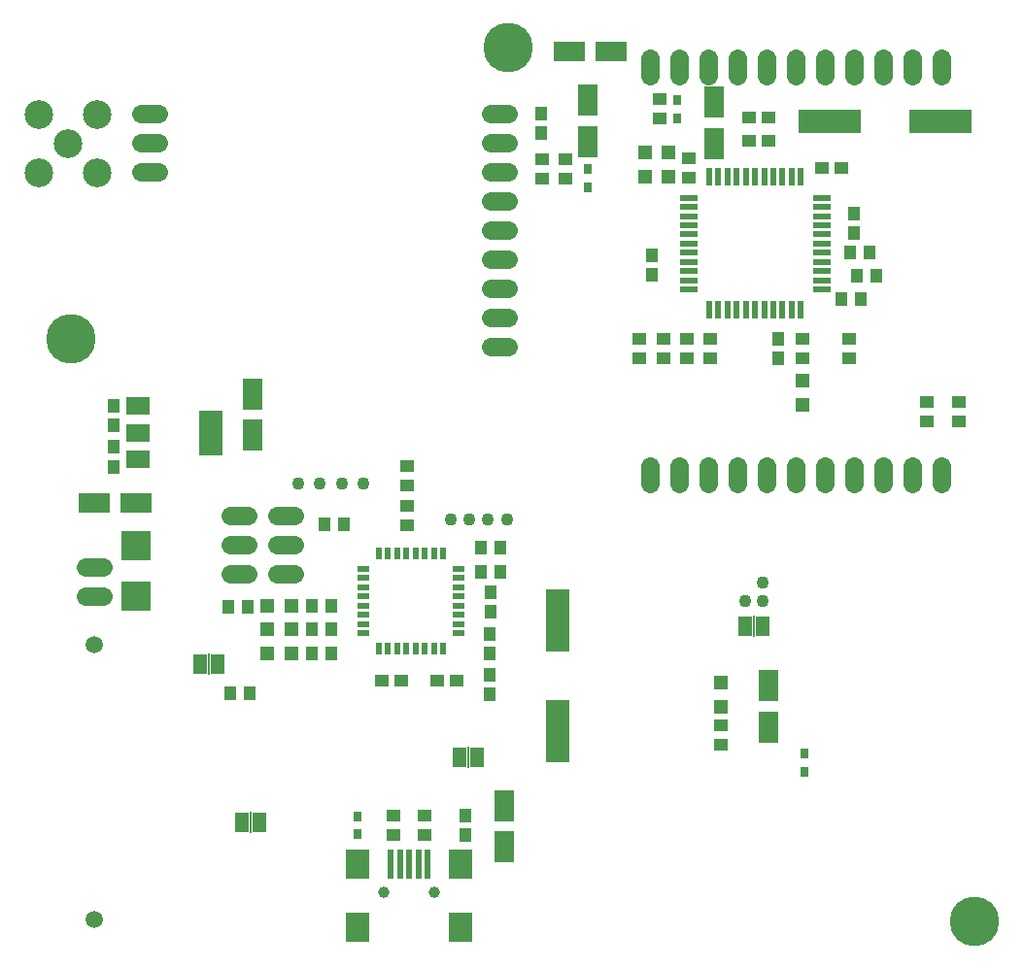
<source format=gts>
G75*
G70*
%OFA0B0*%
%FSLAX24Y24*%
%IPPOS*%
%LPD*%
%AMOC8*
5,1,8,0,0,1.08239X$1,22.5*
%
%ADD10R,0.0631X0.0237*%
%ADD11R,0.0237X0.0631*%
%ADD12R,0.0434X0.0217*%
%ADD13R,0.0217X0.0434*%
%ADD14R,0.0237X0.1024*%
%ADD15R,0.0827X0.1024*%
%ADD16C,0.0394*%
%ADD17R,0.0473X0.0434*%
%ADD18R,0.0800X0.2140*%
%ADD19R,0.0434X0.0473*%
%ADD20R,0.2140X0.0800*%
%ADD21R,0.0512X0.0512*%
%ADD22C,0.0434*%
%ADD23R,0.1064X0.0670*%
%ADD24R,0.0670X0.1064*%
%ADD25R,0.0985X0.0985*%
%ADD26C,0.0640*%
%ADD27C,0.0985*%
%ADD28R,0.0316X0.0375*%
%ADD29C,0.0591*%
%ADD30R,0.0827X0.0631*%
%ADD31R,0.0827X0.1536*%
%ADD32R,0.0500X0.0670*%
%ADD33R,0.0060X0.0720*%
%ADD34C,0.1700*%
D10*
X023777Y023286D03*
X023777Y023601D03*
X023777Y023916D03*
X023777Y024231D03*
X023777Y024546D03*
X023777Y024861D03*
X023777Y025176D03*
X023777Y025491D03*
X023777Y025806D03*
X023777Y026121D03*
X023777Y026436D03*
X028344Y026436D03*
X028344Y026121D03*
X028344Y025806D03*
X028344Y025491D03*
X028344Y025176D03*
X028344Y024861D03*
X028344Y024546D03*
X028344Y024231D03*
X028344Y023916D03*
X028344Y023601D03*
X028344Y023286D03*
D11*
X027636Y022577D03*
X027321Y022577D03*
X027006Y022577D03*
X026691Y022577D03*
X026376Y022577D03*
X026061Y022577D03*
X025746Y022577D03*
X025431Y022577D03*
X025116Y022577D03*
X024801Y022577D03*
X024486Y022577D03*
X024486Y027144D03*
X024801Y027144D03*
X025116Y027144D03*
X025431Y027144D03*
X025746Y027144D03*
X026061Y027144D03*
X026376Y027144D03*
X026691Y027144D03*
X027006Y027144D03*
X027321Y027144D03*
X027636Y027144D03*
D12*
X015895Y013693D03*
X015895Y013378D03*
X015895Y013063D03*
X015895Y012748D03*
X015895Y012433D03*
X015895Y012118D03*
X015895Y011803D03*
X015895Y011488D03*
X012627Y011488D03*
X012627Y011803D03*
X012627Y012118D03*
X012627Y012433D03*
X012627Y012748D03*
X012627Y013063D03*
X012627Y013378D03*
X012627Y013693D03*
D13*
X013158Y014225D03*
X013473Y014225D03*
X013788Y014225D03*
X014103Y014225D03*
X014418Y014225D03*
X014733Y014225D03*
X015048Y014225D03*
X015363Y014225D03*
X015363Y010957D03*
X015048Y010957D03*
X014733Y010957D03*
X014418Y010957D03*
X014103Y010957D03*
X013788Y010957D03*
X013473Y010957D03*
X013158Y010957D03*
D14*
X013571Y003565D03*
X013886Y003565D03*
X014201Y003565D03*
X014516Y003565D03*
X014831Y003565D03*
D15*
X015972Y003565D03*
X015972Y001400D03*
X012429Y001400D03*
X012429Y003565D03*
D16*
X013335Y002581D03*
X015067Y002581D03*
D17*
X014731Y004546D03*
X014731Y005215D03*
X013651Y005215D03*
X013651Y004546D03*
X013925Y009861D03*
X013256Y009861D03*
X015146Y009851D03*
X015815Y009851D03*
X014111Y015176D03*
X014111Y015845D03*
X014111Y016546D03*
X014111Y017215D03*
X022101Y020936D03*
X022101Y021605D03*
X022911Y021605D03*
X022911Y020936D03*
X023721Y020936D03*
X023721Y021605D03*
X024531Y021605D03*
X024531Y020936D03*
X027691Y020936D03*
X027691Y021605D03*
X029301Y021605D03*
X029301Y020936D03*
X031971Y019425D03*
X031971Y018756D03*
X033061Y018756D03*
X033061Y019425D03*
X029035Y027451D03*
X028366Y027451D03*
X026535Y028381D03*
X025866Y028381D03*
X025866Y029201D03*
X026535Y029201D03*
X023801Y027805D03*
X023801Y027136D03*
X022781Y029146D03*
X022781Y029815D03*
X019571Y027755D03*
X019571Y027086D03*
X018751Y027086D03*
X018751Y027755D03*
X024891Y008325D03*
X024891Y007656D03*
D18*
X019281Y008131D03*
X019281Y011931D03*
D19*
X017325Y013601D03*
X016656Y013601D03*
X016991Y012905D03*
X016991Y012236D03*
X016961Y011455D03*
X016961Y010786D03*
X016961Y010055D03*
X016961Y009386D03*
X016111Y005215D03*
X016111Y004546D03*
X011525Y010791D03*
X010856Y010791D03*
X010856Y011621D03*
X011525Y011621D03*
X011525Y012441D03*
X010856Y012441D03*
X008655Y012401D03*
X007986Y012401D03*
X008066Y009431D03*
X008735Y009431D03*
X011296Y015231D03*
X011965Y015231D03*
X016656Y014411D03*
X017325Y014411D03*
X022541Y023776D03*
X022541Y024445D03*
X026871Y021605D03*
X026871Y020936D03*
X029036Y022951D03*
X029705Y022951D03*
X029556Y023761D03*
X030225Y023761D03*
X029985Y024571D03*
X029316Y024571D03*
X029461Y025236D03*
X029461Y025905D03*
X018731Y028656D03*
X018731Y029325D03*
X004051Y019305D03*
X004051Y018636D03*
X004051Y017875D03*
X004051Y017206D03*
D20*
X028631Y029051D03*
X032431Y029051D03*
D21*
X027691Y020144D03*
X027691Y019317D03*
X023101Y027157D03*
X022301Y027167D03*
X022301Y027994D03*
X023101Y027984D03*
X010164Y012431D03*
X010164Y011611D03*
X010164Y010791D03*
X009337Y010791D03*
X009337Y011611D03*
X009337Y012431D03*
X024891Y009794D03*
X024891Y008967D03*
D22*
X025711Y012591D03*
X026311Y012591D03*
X026311Y013231D03*
X017561Y015401D03*
X016901Y015401D03*
X016261Y015391D03*
X015641Y015391D03*
X012631Y016631D03*
X011881Y016631D03*
X011131Y016631D03*
X010381Y016631D03*
D23*
X004819Y015961D03*
X003402Y015961D03*
X019702Y031471D03*
X021119Y031471D03*
D24*
X020321Y029789D03*
X020321Y028372D03*
X024671Y028302D03*
X024671Y029719D03*
X008821Y019699D03*
X008821Y018282D03*
X017451Y005569D03*
X017451Y004152D03*
X026521Y008262D03*
X026521Y009679D03*
D25*
X004831Y012765D03*
X004831Y014497D03*
D26*
X003681Y013771D02*
X003081Y013771D01*
X003081Y012771D02*
X003681Y012771D01*
X008071Y013531D02*
X008671Y013531D01*
X008671Y014531D02*
X008071Y014531D01*
X008071Y015531D02*
X008671Y015531D01*
X009671Y015531D02*
X010271Y015531D01*
X010271Y014531D02*
X009671Y014531D01*
X009671Y013531D02*
X010271Y013531D01*
X016991Y021321D02*
X017591Y021321D01*
X017591Y022321D02*
X016991Y022321D01*
X016991Y023321D02*
X017591Y023321D01*
X017591Y024321D02*
X016991Y024321D01*
X016991Y025321D02*
X017591Y025321D01*
X017591Y026321D02*
X016991Y026321D01*
X016991Y027321D02*
X017591Y027321D01*
X017591Y028321D02*
X016991Y028321D01*
X016991Y029321D02*
X017591Y029321D01*
X022471Y030641D02*
X022471Y031241D01*
X023471Y031241D02*
X023471Y030641D01*
X024471Y030641D02*
X024471Y031241D01*
X025471Y031241D02*
X025471Y030641D01*
X026471Y030641D02*
X026471Y031241D01*
X027471Y031241D02*
X027471Y030641D01*
X028471Y030641D02*
X028471Y031241D01*
X029471Y031241D02*
X029471Y030641D01*
X030471Y030641D02*
X030471Y031241D01*
X031471Y031241D02*
X031471Y030641D01*
X032471Y030641D02*
X032471Y031241D01*
X032471Y017241D02*
X032471Y016641D01*
X031471Y016641D02*
X031471Y017241D01*
X030471Y017241D02*
X030471Y016641D01*
X029471Y016641D02*
X029471Y017241D01*
X028471Y017241D02*
X028471Y016641D01*
X027471Y016641D02*
X027471Y017241D01*
X026471Y017241D02*
X026471Y016641D01*
X025471Y016641D02*
X025471Y017241D01*
X024471Y017241D02*
X024471Y016641D01*
X023471Y016641D02*
X023471Y017241D01*
X022471Y017241D02*
X022471Y016641D01*
X005591Y027321D02*
X004991Y027321D01*
X004991Y028321D02*
X005591Y028321D01*
X005591Y029321D02*
X004991Y029321D01*
D27*
X003495Y029305D03*
X002491Y028301D03*
X001487Y029305D03*
X001487Y027297D03*
X003495Y027297D03*
D28*
X020321Y027435D03*
X020321Y026805D03*
X023391Y029145D03*
X023391Y029775D03*
X027751Y007366D03*
X027751Y006736D03*
X012421Y005205D03*
X012421Y004575D03*
D29*
X003401Y001646D03*
X003401Y011095D03*
D30*
X004901Y017465D03*
X004901Y018371D03*
X004901Y019276D03*
D31*
X007381Y018371D03*
D32*
X007621Y010441D03*
X007021Y010441D03*
X008451Y004981D03*
X009051Y004981D03*
X015941Y007211D03*
X016541Y007211D03*
X025711Y011741D03*
X026311Y011741D03*
D33*
X026011Y011741D03*
X016241Y007211D03*
X008751Y004981D03*
X007321Y010441D03*
D34*
X002601Y021601D03*
X017601Y031601D03*
X033601Y001601D03*
M02*

</source>
